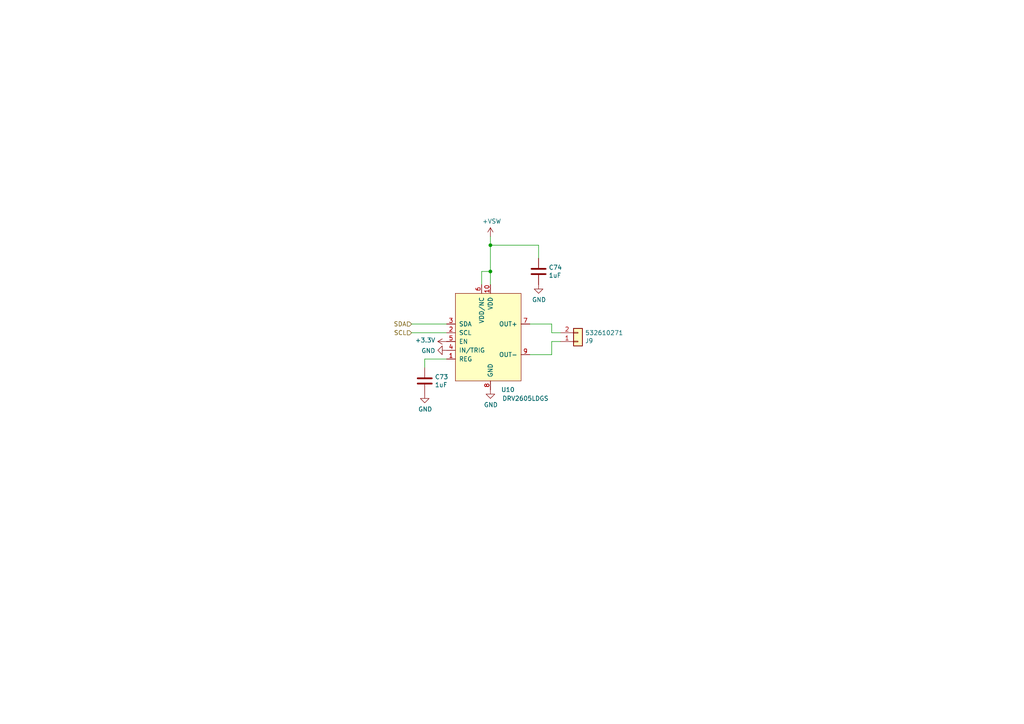
<source format=kicad_sch>
(kicad_sch (version 20230221) (generator eeschema)
  (paper "A4")
  (lib_symbols
    (symbol "Connector_Generic:Conn_01x02" (pin_names (offset 1.016) hide)
      (property "Reference" "J" (at 0 2.54 0))
      (property "Value" "Conn_01x02" (at 0 -5.08 0))
      (symbol "Conn_01x02_1_1"
        (rectangle (start -1.27 -2.413) (end 0 -2.667) (stroke (width 0.1524)))
        (rectangle (start -1.27 0.127) (end 0 -0.127) (stroke (width 0.1524)))
        (rectangle (start -1.27 1.27) (end 1.27 -3.81) (stroke (width 0.254)) (fill (type background)))
        (pin passive line (at -5.08 0 0) (length 3.81) (name "Pin_1") (number "1"))
        (pin passive line (at -5.08 -2.54 0) (length 3.81) (name "Pin_2") (number "2"))
      )
    )
    (symbol "Device:C" (pin_numbers hide) (pin_names (offset 0.254))
      (property "Reference" "C" (at 0.635 2.54 0))
      (property "Value" "C" (at 0.635 -2.54 0))
      (symbol "C_0_1"
        (polyline (pts (xy -2.032 -0.762) (xy 2.032 -0.762)) (stroke (width 0.508)))
        (polyline (pts (xy -2.032 0.762) (xy 2.032 0.762)) (stroke (width 0.508)))
      )
      (symbol "C_1_1"
        (pin passive line (at 0 3.81 270) (length 2.794) (name "~") (number "1"))
        (pin passive line (at 0 -3.81 90) (length 2.794) (name "~") (number "2"))
      )
    )
    (symbol "j_Driver_Haptic:DRV2605LDGS" (pin_names (offset 1.016))
      (property "Reference" "U" (at 3.81 17.78 0))
      (property "Value" "DRV2605LDGS" (at 8.89 15.24 0))
      (symbol "DRV2605LDGS_0_1"
        (rectangle (start -10.16 12.7) (end 8.89 -12.7) (fill (type background)))
      )
      (symbol "DRV2605LDGS_1_1"
        (pin output line (at -12.7 -6.35 0) (length 2.54) (name "REG") (number "1"))
        (pin power_in line (at 0 15.24 270) (length 2.54) (name "VDD") (number "10"))
        (pin input line (at -12.7 1.27 0) (length 2.54) (name "SCL") (number "2"))
        (pin bidirectional line (at -12.7 3.81 0) (length 2.54) (name "SDA") (number "3"))
        (pin input line (at -12.7 -3.81 0) (length 2.54) (name "IN/TRIG") (number "4"))
        (pin input line (at -12.7 -1.27 0) (length 2.54) (name "EN") (number "5"))
        (pin power_in line (at -2.54 15.24 270) (length 2.54) (name "VDD/NC") (number "6"))
        (pin output line (at 11.43 3.81 180) (length 2.54) (name "OUT+") (number "7"))
        (pin power_in line (at 0 -15.24 90) (length 2.54) (name "GND") (number "8"))
        (pin output line (at 11.43 -5.08 180) (length 2.54) (name "OUT-") (number "9"))
      )
    )
    (symbol "power:+3.3V" (power) (pin_names (offset 0))
      (property "Value" "+3.3V" (at 0 3.556 0))
      (symbol "+3.3V_0_1"
        (polyline (pts (xy -0.762 1.27) (xy 0 2.54)))
        (polyline (pts (xy 0 0) (xy 0 2.54)))
        (polyline (pts (xy 0 2.54) (xy 0.762 1.27)))
      )
      (symbol "+3.3V_1_1"
        (pin power_in line (at 0 0 90) (length 0) hide (name "+3.3V") (number "1"))
      )
    )
    (symbol "power:+VSW" (power) (pin_names (offset 0))
      (property "Value" "+VSW" (at 0 3.556 0))
      (symbol "+VSW_0_1"
        (polyline (pts (xy -0.762 1.27) (xy 0 2.54)))
        (polyline (pts (xy 0 0) (xy 0 2.54)))
        (polyline (pts (xy 0 2.54) (xy 0.762 1.27)))
      )
      (symbol "+VSW_1_1"
        (pin power_in line (at 0 0 90) (length 0) hide (name "+VSW") (number "1"))
      )
    )
    (symbol "power:GND" (power) (pin_names (offset 0))
      (property "Value" "GND" (at 0 -3.81 0))
      (symbol "GND_0_1"
        (polyline (pts (xy 0 0) (xy 0 -1.27) (xy 1.27 -1.27) (xy 0 -2.54) (xy -1.27 -1.27) (xy 0 -1.27)))
      )
      (symbol "GND_1_1"
        (pin power_in line (at 0 0 270) (length 0) hide (name "GND") (number "1"))
      )
    )
  )
  (junction (at 142.24 71.12))
  (junction (at 142.24 78.74))
  (wire (pts (xy 123.19 104.14) (xy 123.19 106.68)))
  (wire (pts (xy 139.7 78.74) (xy 139.7 82.55)))
  (wire (pts (xy 142.24 78.74) (xy 142.24 82.55)))
  (wire (pts (xy 129.54 96.52) (xy 119.38 96.52)))
  (wire (pts (xy 142.24 78.74) (xy 139.7 78.74)))
  (wire (pts (xy 142.24 68.58) (xy 142.24 71.12)))
  (wire (pts (xy 160.02 102.87) (xy 160.02 99.06)))
  (wire (pts (xy 160.02 99.06) (xy 162.56 99.06)))
  (wire (pts (xy 142.24 71.12) (xy 142.24 78.74)))
  (wire (pts (xy 153.67 93.98) (xy 160.02 93.98)))
  (wire (pts (xy 153.67 102.87) (xy 160.02 102.87)))
  (wire (pts (xy 156.21 71.12) (xy 156.21 74.93)))
  (wire (pts (xy 160.02 96.52) (xy 162.56 96.52)))
  (wire (pts (xy 160.02 93.98) (xy 160.02 96.52)))
  (wire (pts (xy 129.54 104.14) (xy 123.19 104.14)))
  (wire (pts (xy 119.38 93.98) (xy 129.54 93.98)))
  (wire (pts (xy 142.24 71.12) (xy 156.21 71.12)))
  (hierarchical_label "SCL" (shape input) (at 119.38 96.52 180))
  (hierarchical_label "SDA" (shape input) (at 119.38 93.98 180))
  (symbol (lib_id "j_Driver_Haptic:DRV2605LDGS") (at 142.24 97.79 0) (unit 1)
    (property "Reference" "U10" (at 147.32 113.03 0))
    (property "Value" "DRV2605LDGS" (at 152.4 115.57 0))
    (property "Footprint" "Package_SO:VSSOP-10_3x3mm_P0.5mm" (effects hide))
  )
  (symbol (lib_id "power:+VSW") (at 142.24 68.58 0) (unit 1)
    (property "Reference" "#PWR0112" (effects hide))
    (property "Value" "+VSW" (at 142.621 64.1858 0))
  )
  (symbol (lib_id "Device:C") (at 156.21 78.74 0) (unit 1)
    (property "Reference" "C74" (at 159.131 77.5716 0) (effects (justify left)))
    (property "Value" "1uF" (at 159.131 79.883 0) (effects (justify left)))
    (property "Footprint" "Capacitor_SMD:C_0603_1608Metric" (effects hide))
  )
  (symbol (lib_id "power:GND") (at 156.21 82.55 0) (unit 1)
    (property "Reference" "#PWR0114" (effects hide))
    (property "Value" "GND" (at 156.337 86.9442 0))
  )
  (symbol (lib_id "power:GND") (at 142.24 113.03 0) (unit 1)
    (property "Reference" "#PWR0113" (effects hide))
    (property "Value" "GND" (at 142.367 117.4242 0))
  )
  (symbol (lib_id "power:GND") (at 123.19 114.3 0) (unit 1)
    (property "Reference" "#PWR0109" (effects hide))
    (property "Value" "GND" (at 123.317 118.6942 0))
  )
  (symbol (lib_id "Device:C") (at 123.19 110.49 0) (mirror y) (unit 1)
    (property "Reference" "C73" (at 126.111 109.3216 0) (effects (justify right)))
    (property "Value" "1uF" (at 126.111 111.633 0) (effects (justify right)))
    (property "Footprint" "Capacitor_SMD:C_0603_1608Metric" (effects hide))
  )
  (symbol (lib_id "power:GND") (at 129.54 101.6 270) (unit 1)
    (property "Reference" "#PWR0111" (effects hide))
    (property "Value" "GND" (at 126.2888 101.727 90) (effects (justify right)))
  )
  (symbol (lib_id "power:+3.3V") (at 129.54 99.06 90) (unit 1)
    (property "Reference" "#PWR0110" (effects hide))
    (property "Value" "+3.3V" (at 126.2888 98.679 90) (effects (justify left)))
  )
  (symbol (lib_id "Connector_Generic:Conn_01x02") (at 167.64 99.06 0) (mirror x) (unit 1)
    (property "Reference" "J9" (at 169.672 98.8568 0) (effects (justify left)))
    (property "Value" "532610271" (at 169.672 96.5454 0) (effects (justify left)))
    (property "Footprint" "Connector_Molex:Molex_PicoBlade_53261-0271_1x02-1MP_P1.25mm_Horizontal" (effects hide))
  )
)
</source>
